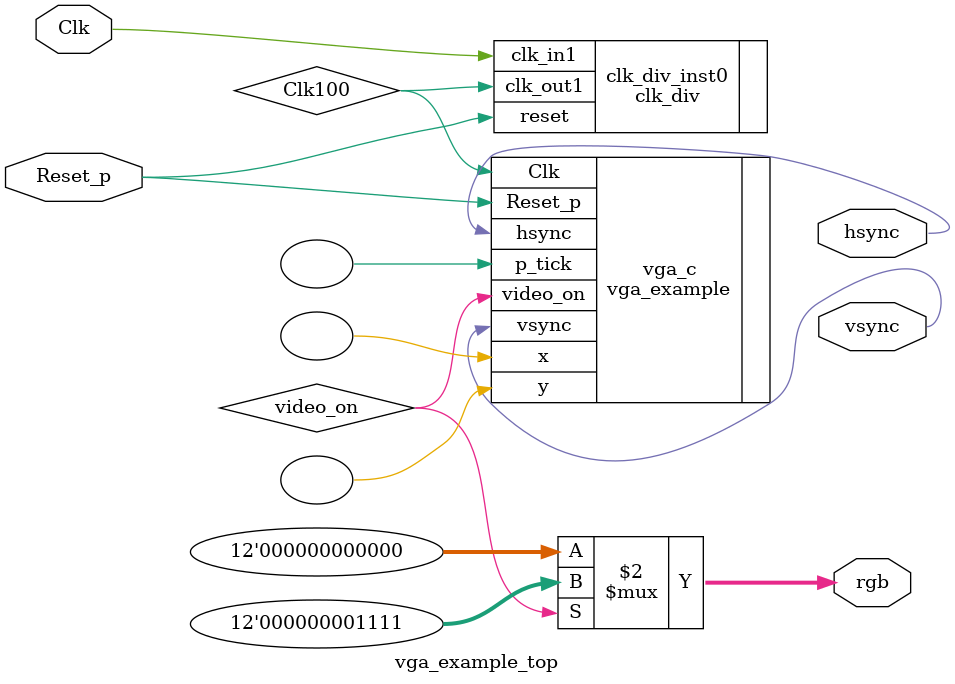
<source format=v>
`timescale 1ns / 1ps



module vga_example_top(
        input Clk,      // from FPGA
        input Reset_p,
      //   input [11:0] sw,       // 12 bits for color
        output hsync,
        output vsync,
        output [11:0] rgb      // 12 FPGA pins for RGB(4 per color)
    );

    // Signal Declaration
    reg [11:0] rgb_reg;    // Registar for displaying color on a screen
    wire video_on;         // Same signal as in controller
    clk_div clk_div_inst0(
                .clk_out1(Clk100),
                .reset(Reset_p),
                .clk_in1(Clk)// 125M
            );
    // Instantiate VGA Controller
    vga_example vga_c(
                    .Clk(Clk100),
                    .Reset_p(Reset_p),
                    .hsync(hsync),
                    .vsync(vsync),
                    .video_on(video_on),
                    .p_tick(),
                    .x(),
                    .y());
    // RGB Buffer
    always @(posedge Clk or posedge Reset_p)
        if (Reset_p)
            rgb_reg <= 0;
      //   else
      //       rgb_reg <= sw;

    // Output
   //  assign rgb = (video_on) ? rgb_reg : 12'b0;   // while in display area RGB color = sw, else all OFF
    assign rgb = (video_on) ? 12'h00f : 12'b0;   // while in display area RGB color = sw, else all OFF

endmodule

</source>
